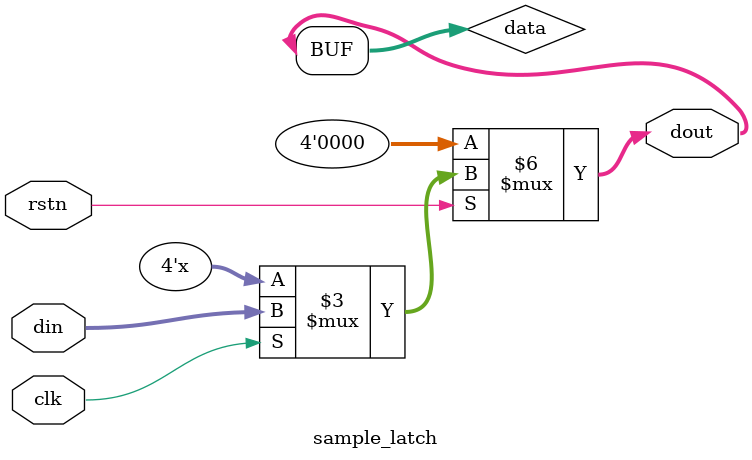
<source format=v>
module sample_latch (clk, rstn, din, dout);
    input clk,rstn;
    input[3:0] din;
    output[3:0] dout;
    reg[3:0] data;

    assign dout = data; //latch
    
    //會產生latch 所以不建議使用(X)
    always @(clk or rstn) begin
        
        if(!rstn) begin
            data <= 4'b0;
        end
        else if(clk) begin
            data <= din;
        end
        
    end
    
endmodule
</source>
